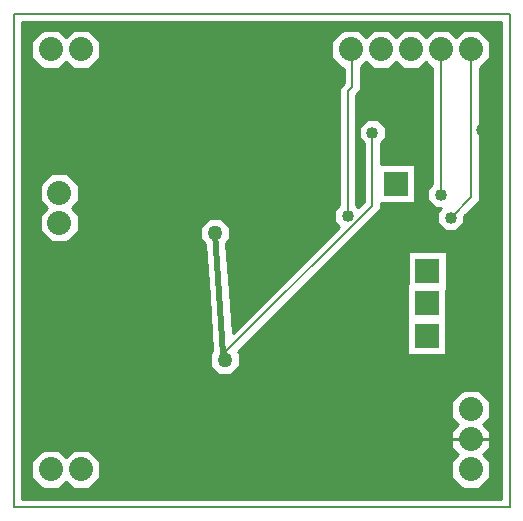
<source format=gbl>
G04 PROTEUS RS274X GERBER FILE*
%FSLAX45Y45*%
%MOMM*%
G01*
%ADD10C,0.177800*%
%ADD12C,0.508000*%
%ADD13C,1.016000*%
%ADD14C,1.270000*%
%ADD26C,0.254000*%
%ADD20C,2.032000*%
%ADD25R,2.032000X2.032000*%
%ADD11C,0.203200*%
%TD.AperFunction*%
G36*
X+2287301Y-1898241D02*
X-1765381Y-1898241D01*
X-1765381Y+2134441D01*
X+2287301Y+2134441D01*
X+2287301Y-1898241D01*
G37*
%LPC*%
G36*
X-1104901Y-1582614D02*
X-1104901Y-1719386D01*
X-1201614Y-1816099D01*
X-1338386Y-1816099D01*
X-1397000Y-1757485D01*
X-1455614Y-1816099D01*
X-1592386Y-1816099D01*
X-1689099Y-1719386D01*
X-1689099Y-1582614D01*
X-1592386Y-1485901D01*
X-1455614Y-1485901D01*
X-1397000Y-1544515D01*
X-1338386Y-1485901D01*
X-1201614Y-1485901D01*
X-1104901Y-1582614D01*
G37*
G36*
X+2197099Y-1074614D02*
X+2197099Y-1211386D01*
X+2138485Y-1270000D01*
X+2197099Y-1328614D01*
X+2197099Y-1465386D01*
X+2138485Y-1524000D01*
X+2197099Y-1582614D01*
X+2197099Y-1719386D01*
X+2100386Y-1816099D01*
X+1963614Y-1816099D01*
X+1866901Y-1719386D01*
X+1866901Y-1582614D01*
X+1925515Y-1524000D01*
X+1866901Y-1465386D01*
X+1866901Y-1328614D01*
X+1925515Y-1270000D01*
X+1866901Y-1211386D01*
X+1866901Y-1074614D01*
X+1963614Y-977901D01*
X+2100386Y-977901D01*
X+2197099Y-1074614D01*
G37*
G36*
X+2197099Y+1973386D02*
X+2197099Y+1836614D01*
X+2106608Y+1746123D01*
X+2106608Y+1252376D01*
X+2109826Y+1255594D01*
X+2137180Y+1255594D01*
X+2156523Y+1236251D01*
X+2156523Y+1208897D01*
X+2137180Y+1189554D01*
X+2109826Y+1189554D01*
X+2106608Y+1192772D01*
X+2106608Y+622972D01*
X+1975707Y+492071D01*
X+1975707Y+432800D01*
X+1908752Y+365845D01*
X+1814064Y+365845D01*
X+1747109Y+432800D01*
X+1747109Y+527488D01*
X+1779705Y+560084D01*
X+1731152Y+560084D01*
X+1664197Y+627039D01*
X+1664197Y+721727D01*
X+1706107Y+763637D01*
X+1706107Y+1743408D01*
X+1651000Y+1798515D01*
X+1592386Y+1739901D01*
X+1455614Y+1739901D01*
X+1397000Y+1798515D01*
X+1338386Y+1739901D01*
X+1201614Y+1739901D01*
X+1143000Y+1798515D01*
X+1098389Y+1753904D01*
X+1098389Y+1559017D01*
X+1060895Y+1521523D01*
X+1060895Y+584162D01*
X+1077504Y+567552D01*
X+1123611Y+613659D01*
X+1123611Y+1109746D01*
X+1081701Y+1151656D01*
X+1081701Y+1246344D01*
X+1148656Y+1313299D01*
X+1243344Y+1313299D01*
X+1310299Y+1246344D01*
X+1310299Y+1151656D01*
X+1268389Y+1109746D01*
X+1268389Y+934719D01*
X+1562099Y+934719D01*
X+1562099Y+604521D01*
X+1268389Y+604521D01*
X+1268389Y+553693D01*
X+59650Y-655046D01*
X+72999Y-668395D01*
X+72999Y-773605D01*
X-1395Y-847999D01*
X-106605Y-847999D01*
X-180999Y-773605D01*
X-180999Y-668395D01*
X-157105Y-644501D01*
X-187795Y-182454D01*
X-218783Y+254179D01*
X-260999Y+296395D01*
X-260999Y+401605D01*
X-186605Y+475999D01*
X-81395Y+475999D01*
X-7001Y+401605D01*
X-7001Y+296395D01*
X-37158Y+266238D01*
X-10205Y-139546D01*
X+15017Y-494935D01*
X+915862Y+405910D01*
X+874207Y+447564D01*
X+874207Y+542252D01*
X+916117Y+584162D01*
X+916117Y+1581489D01*
X+953611Y+1618983D01*
X+953611Y+1739901D01*
X+947614Y+1739901D01*
X+850901Y+1836614D01*
X+850901Y+1973386D01*
X+947614Y+2070099D01*
X+1084386Y+2070099D01*
X+1143000Y+2011485D01*
X+1201614Y+2070099D01*
X+1338386Y+2070099D01*
X+1397000Y+2011485D01*
X+1455614Y+2070099D01*
X+1592386Y+2070099D01*
X+1651000Y+2011485D01*
X+1709614Y+2070099D01*
X+1846386Y+2070099D01*
X+1905000Y+2011485D01*
X+1963614Y+2070099D01*
X+2100386Y+2070099D01*
X+2197099Y+1973386D01*
G37*
G36*
X-1104901Y+1973386D02*
X-1104901Y+1836614D01*
X-1201614Y+1739901D01*
X-1338386Y+1739901D01*
X-1397000Y+1798515D01*
X-1455614Y+1739901D01*
X-1592386Y+1739901D01*
X-1689099Y+1836614D01*
X-1689099Y+1973386D01*
X-1592386Y+2070099D01*
X-1455614Y+2070099D01*
X-1397000Y+2011485D01*
X-1338386Y+2070099D01*
X-1201614Y+2070099D01*
X-1104901Y+1973386D01*
G37*
G36*
X-1287781Y+761806D02*
X-1287781Y+625034D01*
X-1346395Y+566420D01*
X-1287781Y+507806D01*
X-1287781Y+371034D01*
X-1384494Y+274321D01*
X-1521266Y+274321D01*
X-1617979Y+371034D01*
X-1617979Y+507806D01*
X-1559365Y+566420D01*
X-1617979Y+625034D01*
X-1617979Y+761806D01*
X-1521266Y+858519D01*
X-1384494Y+858519D01*
X-1287781Y+761806D01*
G37*
G36*
X+1826259Y-133639D02*
X+1823719Y-133639D01*
X+1823719Y-685799D01*
X+1493521Y-685799D01*
X+1493521Y-78741D01*
X+1496061Y-78741D01*
X+1496061Y+196559D01*
X+1826259Y+196559D01*
X+1826259Y-133639D01*
G37*
G36*
X-938065Y-629171D02*
X-938065Y-601817D01*
X-918722Y-582474D01*
X-891368Y-582474D01*
X-872025Y-601817D01*
X-872025Y-629171D01*
X-891368Y-648514D01*
X-918722Y-648514D01*
X-938065Y-629171D01*
G37*
G36*
X-827950Y+1169383D02*
X-827950Y+1196737D01*
X-808607Y+1216080D01*
X-781253Y+1216080D01*
X-761910Y+1196737D01*
X-761910Y+1169383D01*
X-781253Y+1150040D01*
X-808607Y+1150040D01*
X-827950Y+1169383D01*
G37*
G36*
X-321418Y+923458D02*
X-321418Y+950812D01*
X-302075Y+970155D01*
X-274721Y+970155D01*
X-255378Y+950812D01*
X-255378Y+923458D01*
X-274721Y+904115D01*
X-302075Y+904115D01*
X-321418Y+923458D01*
G37*
G36*
X+566848Y-1091656D02*
X+566848Y-1064302D01*
X+586191Y-1044959D01*
X+613545Y-1044959D01*
X+632888Y-1064302D01*
X+632888Y-1091656D01*
X+613545Y-1110999D01*
X+586191Y-1110999D01*
X+566848Y-1091656D01*
G37*
G36*
X+292980Y+145323D02*
X+292980Y+172677D01*
X+312323Y+192020D01*
X+339677Y+192020D01*
X+359020Y+172677D01*
X+359020Y+145323D01*
X+339677Y+125980D01*
X+312323Y+125980D01*
X+292980Y+145323D01*
G37*
G36*
X+522980Y+1315323D02*
X+522980Y+1342677D01*
X+542323Y+1362020D01*
X+569677Y+1362020D01*
X+589020Y+1342677D01*
X+589020Y+1315323D01*
X+569677Y+1295980D01*
X+542323Y+1295980D01*
X+522980Y+1315323D01*
G37*
G36*
X+742980Y+405323D02*
X+742980Y+432677D01*
X+762323Y+452020D01*
X+789677Y+452020D01*
X+809020Y+432677D01*
X+809020Y+405323D01*
X+789677Y+385980D01*
X+762323Y+385980D01*
X+742980Y+405323D01*
G37*
G36*
X+1382980Y+525323D02*
X+1382980Y+552677D01*
X+1402323Y+572020D01*
X+1429677Y+572020D01*
X+1449020Y+552677D01*
X+1449020Y+525323D01*
X+1429677Y+505980D01*
X+1402323Y+505980D01*
X+1382980Y+525323D01*
G37*
G36*
X+92980Y+1855323D02*
X+92980Y+1882677D01*
X+112323Y+1902020D01*
X+139677Y+1902020D01*
X+159020Y+1882677D01*
X+159020Y+1855323D01*
X+139677Y+1835980D01*
X+112323Y+1835980D01*
X+92980Y+1855323D01*
G37*
G36*
X-1521568Y+1299445D02*
X-1521568Y+1325747D01*
X-1502969Y+1344346D01*
X-1476667Y+1344346D01*
X-1458068Y+1325747D01*
X-1458068Y+1299445D01*
X-1476667Y+1280846D01*
X-1502969Y+1280846D01*
X-1521568Y+1299445D01*
G37*
G36*
X+1445451Y+1109776D02*
X+1445451Y+1137130D01*
X+1464794Y+1156473D01*
X+1492148Y+1156473D01*
X+1511491Y+1137130D01*
X+1511491Y+1109776D01*
X+1492148Y+1090433D01*
X+1464794Y+1090433D01*
X+1445451Y+1109776D01*
G37*
G36*
X+145854Y+175323D02*
X+145854Y+202677D01*
X+165197Y+222020D01*
X+192551Y+222020D01*
X+211894Y+202677D01*
X+211894Y+175323D01*
X+192551Y+155980D01*
X+165197Y+155980D01*
X+145854Y+175323D01*
G37*
G36*
X+235500Y+17843D02*
X+235500Y+45197D01*
X+254843Y+64540D01*
X+282197Y+64540D01*
X+301540Y+45197D01*
X+301540Y+17843D01*
X+282197Y-1500D01*
X+254843Y-1500D01*
X+235500Y+17843D01*
G37*
G36*
X-1086021Y+1728514D02*
X-1086021Y+1755868D01*
X-1066678Y+1775211D01*
X-1039324Y+1775211D01*
X-1019981Y+1755868D01*
X-1019981Y+1728514D01*
X-1039324Y+1709171D01*
X-1066678Y+1709171D01*
X-1086021Y+1728514D01*
G37*
G36*
X-140206Y+1399317D02*
X-140206Y+1426671D01*
X-120863Y+1446014D01*
X-93509Y+1446014D01*
X-74166Y+1426671D01*
X-74166Y+1399317D01*
X-93509Y+1379974D01*
X-120863Y+1379974D01*
X-140206Y+1399317D01*
G37*
G36*
X-1407020Y-34677D02*
X-1407020Y-7323D01*
X-1387677Y+12020D01*
X-1360323Y+12020D01*
X-1340980Y-7323D01*
X-1340980Y-34677D01*
X-1360323Y-54020D01*
X-1387677Y-54020D01*
X-1407020Y-34677D01*
G37*
G36*
X-1417020Y-1234677D02*
X-1417020Y-1207323D01*
X-1397677Y-1187980D01*
X-1370323Y-1187980D01*
X-1350980Y-1207323D01*
X-1350980Y-1234677D01*
X-1370323Y-1254020D01*
X-1397677Y-1254020D01*
X-1417020Y-1234677D01*
G37*
G36*
X-825337Y+490742D02*
X-825337Y+518096D01*
X-805994Y+537439D01*
X-778640Y+537439D01*
X-759297Y+518096D01*
X-759297Y+490742D01*
X-778640Y+471399D01*
X-805994Y+471399D01*
X-825337Y+490742D01*
G37*
G36*
X-573283Y-1001004D02*
X-573283Y-973650D01*
X-553940Y-954307D01*
X-526586Y-954307D01*
X-507243Y-973650D01*
X-507243Y-1001004D01*
X-526586Y-1020347D01*
X-553940Y-1020347D01*
X-573283Y-1001004D01*
G37*
%LPD*%
D10*
X+1861408Y+480144D02*
X+2034219Y+652955D01*
X+2034219Y+1803400D01*
X+2032000Y+1905000D01*
X+1778496Y+674383D02*
X+1778496Y+1887322D01*
X+1804580Y+1913406D01*
X+1778000Y+1905000D01*
X+556000Y+1329000D02*
X+556000Y+639000D01*
X+776000Y+419000D01*
X+2123503Y+1222574D02*
X+2123503Y+305966D01*
X+2134547Y+294922D01*
X+2118625Y+279000D01*
X+1606000Y+279000D01*
X+1416000Y+469000D01*
X+1416000Y+539000D01*
X+988506Y+494908D02*
X+988506Y+1551506D01*
X+1026000Y+1589000D01*
X+1026000Y+1803400D01*
X+1016000Y+1905000D01*
X-1489818Y+1312596D02*
X-1060223Y+1742191D01*
X-1053001Y+1742191D01*
X-905045Y-615494D02*
X-1374000Y-146539D01*
X-1374000Y-21000D01*
X-794930Y+1183060D02*
X-794930Y+507032D01*
X-792317Y+504419D01*
D12*
X-134000Y+349000D02*
X-64000Y-671000D01*
X-54000Y-721000D01*
D10*
X+1196000Y+1199000D02*
X+1196000Y+583676D01*
X-37479Y-649803D01*
X-54000Y-721000D01*
D13*
X+1861408Y+480144D03*
X+1778496Y+674383D03*
X-905045Y-615494D03*
X-794930Y+1183060D03*
X-288398Y+937135D03*
X+599868Y-1077979D03*
X+326000Y+159000D03*
X+556000Y+1329000D03*
X+776000Y+419000D03*
X+2123503Y+1222574D03*
X+1416000Y+539000D03*
X+126000Y+1869000D03*
X-1489818Y+1312596D03*
X+988506Y+494908D03*
X+1478471Y+1123453D03*
X+178874Y+189000D03*
X+268520Y+31520D03*
X-1053001Y+1742191D03*
X-107186Y+1412994D03*
X-1374000Y-21000D03*
X-1384000Y-1221000D03*
X-792317Y+504419D03*
D14*
X-134000Y+349000D03*
X-54000Y-721000D03*
D13*
X+1196000Y+1199000D03*
X-540263Y-987327D03*
D26*
X+2287301Y-1898241D02*
X-1765381Y-1898241D01*
X-1765381Y+2134441D01*
X+2287301Y+2134441D01*
X+2287301Y-1898241D01*
X-1104901Y-1582614D02*
X-1104901Y-1719386D01*
X-1201614Y-1816099D01*
X-1338386Y-1816099D01*
X-1397000Y-1757485D01*
X-1455614Y-1816099D01*
X-1592386Y-1816099D01*
X-1689099Y-1719386D01*
X-1689099Y-1582614D01*
X-1592386Y-1485901D01*
X-1455614Y-1485901D01*
X-1397000Y-1544515D01*
X-1338386Y-1485901D01*
X-1201614Y-1485901D01*
X-1104901Y-1582614D01*
X+2197099Y-1074614D02*
X+2197099Y-1211386D01*
X+2138485Y-1270000D01*
X+2197099Y-1328614D01*
X+2197099Y-1465386D01*
X+2138485Y-1524000D01*
X+2197099Y-1582614D01*
X+2197099Y-1719386D01*
X+2100386Y-1816099D01*
X+1963614Y-1816099D01*
X+1866901Y-1719386D01*
X+1866901Y-1582614D01*
X+1925515Y-1524000D01*
X+1866901Y-1465386D01*
X+1866901Y-1328614D01*
X+1925515Y-1270000D01*
X+1866901Y-1211386D01*
X+1866901Y-1074614D01*
X+1963614Y-977901D01*
X+2100386Y-977901D01*
X+2197099Y-1074614D01*
X+2197099Y+1973386D02*
X+2197099Y+1836614D01*
X+2106608Y+1746123D01*
X+2106608Y+1252376D01*
X+2109826Y+1255594D01*
X+2137180Y+1255594D01*
X+2156523Y+1236251D01*
X+2156523Y+1208897D01*
X+2137180Y+1189554D01*
X+2109826Y+1189554D01*
X+2106608Y+1192772D01*
X+2106608Y+622972D01*
X+1975707Y+492071D01*
X+1975707Y+432800D01*
X+1908752Y+365845D01*
X+1814064Y+365845D01*
X+1747109Y+432800D01*
X+1747109Y+527488D01*
X+1779705Y+560084D01*
X+1731152Y+560084D01*
X+1664197Y+627039D01*
X+1664197Y+721727D01*
X+1706107Y+763637D01*
X+1706107Y+1743408D01*
X+1651000Y+1798515D01*
X+1592386Y+1739901D01*
X+1455614Y+1739901D01*
X+1397000Y+1798515D01*
X+1338386Y+1739901D01*
X+1201614Y+1739901D01*
X+1143000Y+1798515D01*
X+1098389Y+1753904D01*
X+1098389Y+1559017D01*
X+1060895Y+1521523D01*
X+1060895Y+584162D01*
X+1077504Y+567552D01*
X+1123611Y+613659D01*
X+1123611Y+1109746D01*
X+1081701Y+1151656D01*
X+1081701Y+1246344D01*
X+1148656Y+1313299D01*
X+1243344Y+1313299D01*
X+1310299Y+1246344D01*
X+1310299Y+1151656D01*
X+1268389Y+1109746D01*
X+1268389Y+934719D01*
X+1562099Y+934719D01*
X+1562099Y+604521D01*
X+1268389Y+604521D01*
X+1268389Y+553693D01*
X+59650Y-655046D01*
X+72999Y-668395D01*
X+72999Y-773605D01*
X-1395Y-847999D01*
X-106605Y-847999D01*
X-180999Y-773605D01*
X-180999Y-668395D01*
X-157105Y-644501D01*
X-187795Y-182454D01*
X-218783Y+254179D01*
X-260999Y+296395D01*
X-260999Y+401605D01*
X-186605Y+475999D01*
X-81395Y+475999D01*
X-7001Y+401605D01*
X-7001Y+296395D01*
X-37158Y+266238D01*
X-10205Y-139546D01*
X+15017Y-494935D01*
X+915862Y+405910D01*
X+874207Y+447564D01*
X+874207Y+542252D01*
X+916117Y+584162D01*
X+916117Y+1581489D01*
X+953611Y+1618983D01*
X+953611Y+1739901D01*
X+947614Y+1739901D01*
X+850901Y+1836614D01*
X+850901Y+1973386D01*
X+947614Y+2070099D01*
X+1084386Y+2070099D01*
X+1143000Y+2011485D01*
X+1201614Y+2070099D01*
X+1338386Y+2070099D01*
X+1397000Y+2011485D01*
X+1455614Y+2070099D01*
X+1592386Y+2070099D01*
X+1651000Y+2011485D01*
X+1709614Y+2070099D01*
X+1846386Y+2070099D01*
X+1905000Y+2011485D01*
X+1963614Y+2070099D01*
X+2100386Y+2070099D01*
X+2197099Y+1973386D01*
X-1104901Y+1973386D02*
X-1104901Y+1836614D01*
X-1201614Y+1739901D01*
X-1338386Y+1739901D01*
X-1397000Y+1798515D01*
X-1455614Y+1739901D01*
X-1592386Y+1739901D01*
X-1689099Y+1836614D01*
X-1689099Y+1973386D01*
X-1592386Y+2070099D01*
X-1455614Y+2070099D01*
X-1397000Y+2011485D01*
X-1338386Y+2070099D01*
X-1201614Y+2070099D01*
X-1104901Y+1973386D01*
X-1287781Y+761806D02*
X-1287781Y+625034D01*
X-1346395Y+566420D01*
X-1287781Y+507806D01*
X-1287781Y+371034D01*
X-1384494Y+274321D01*
X-1521266Y+274321D01*
X-1617979Y+371034D01*
X-1617979Y+507806D01*
X-1559365Y+566420D01*
X-1617979Y+625034D01*
X-1617979Y+761806D01*
X-1521266Y+858519D01*
X-1384494Y+858519D01*
X-1287781Y+761806D01*
X+1826259Y-133639D02*
X+1823719Y-133639D01*
X+1823719Y-685799D01*
X+1493521Y-685799D01*
X+1493521Y-78741D01*
X+1496061Y-78741D01*
X+1496061Y+196559D01*
X+1826259Y+196559D01*
X+1826259Y-133639D01*
X-938065Y-629171D02*
X-938065Y-601817D01*
X-918722Y-582474D01*
X-891368Y-582474D01*
X-872025Y-601817D01*
X-872025Y-629171D01*
X-891368Y-648514D01*
X-918722Y-648514D01*
X-938065Y-629171D01*
X-827950Y+1169383D02*
X-827950Y+1196737D01*
X-808607Y+1216080D01*
X-781253Y+1216080D01*
X-761910Y+1196737D01*
X-761910Y+1169383D01*
X-781253Y+1150040D01*
X-808607Y+1150040D01*
X-827950Y+1169383D01*
X-321418Y+923458D02*
X-321418Y+950812D01*
X-302075Y+970155D01*
X-274721Y+970155D01*
X-255378Y+950812D01*
X-255378Y+923458D01*
X-274721Y+904115D01*
X-302075Y+904115D01*
X-321418Y+923458D01*
X+566848Y-1091656D02*
X+566848Y-1064302D01*
X+586191Y-1044959D01*
X+613545Y-1044959D01*
X+632888Y-1064302D01*
X+632888Y-1091656D01*
X+613545Y-1110999D01*
X+586191Y-1110999D01*
X+566848Y-1091656D01*
X+292980Y+145323D02*
X+292980Y+172677D01*
X+312323Y+192020D01*
X+339677Y+192020D01*
X+359020Y+172677D01*
X+359020Y+145323D01*
X+339677Y+125980D01*
X+312323Y+125980D01*
X+292980Y+145323D01*
X+522980Y+1315323D02*
X+522980Y+1342677D01*
X+542323Y+1362020D01*
X+569677Y+1362020D01*
X+589020Y+1342677D01*
X+589020Y+1315323D01*
X+569677Y+1295980D01*
X+542323Y+1295980D01*
X+522980Y+1315323D01*
X+742980Y+405323D02*
X+742980Y+432677D01*
X+762323Y+452020D01*
X+789677Y+452020D01*
X+809020Y+432677D01*
X+809020Y+405323D01*
X+789677Y+385980D01*
X+762323Y+385980D01*
X+742980Y+405323D01*
X+1382980Y+525323D02*
X+1382980Y+552677D01*
X+1402323Y+572020D01*
X+1429677Y+572020D01*
X+1449020Y+552677D01*
X+1449020Y+525323D01*
X+1429677Y+505980D01*
X+1402323Y+505980D01*
X+1382980Y+525323D01*
X+92980Y+1855323D02*
X+92980Y+1882677D01*
X+112323Y+1902020D01*
X+139677Y+1902020D01*
X+159020Y+1882677D01*
X+159020Y+1855323D01*
X+139677Y+1835980D01*
X+112323Y+1835980D01*
X+92980Y+1855323D01*
X-1521568Y+1299445D02*
X-1521568Y+1325747D01*
X-1502969Y+1344346D01*
X-1476667Y+1344346D01*
X-1458068Y+1325747D01*
X-1458068Y+1299445D01*
X-1476667Y+1280846D01*
X-1502969Y+1280846D01*
X-1521568Y+1299445D01*
X+1445451Y+1109776D02*
X+1445451Y+1137130D01*
X+1464794Y+1156473D01*
X+1492148Y+1156473D01*
X+1511491Y+1137130D01*
X+1511491Y+1109776D01*
X+1492148Y+1090433D01*
X+1464794Y+1090433D01*
X+1445451Y+1109776D01*
X+145854Y+175323D02*
X+145854Y+202677D01*
X+165197Y+222020D01*
X+192551Y+222020D01*
X+211894Y+202677D01*
X+211894Y+175323D01*
X+192551Y+155980D01*
X+165197Y+155980D01*
X+145854Y+175323D01*
X+235500Y+17843D02*
X+235500Y+45197D01*
X+254843Y+64540D01*
X+282197Y+64540D01*
X+301540Y+45197D01*
X+301540Y+17843D01*
X+282197Y-1500D01*
X+254843Y-1500D01*
X+235500Y+17843D01*
X-1086021Y+1728514D02*
X-1086021Y+1755868D01*
X-1066678Y+1775211D01*
X-1039324Y+1775211D01*
X-1019981Y+1755868D01*
X-1019981Y+1728514D01*
X-1039324Y+1709171D01*
X-1066678Y+1709171D01*
X-1086021Y+1728514D01*
X-140206Y+1399317D02*
X-140206Y+1426671D01*
X-120863Y+1446014D01*
X-93509Y+1446014D01*
X-74166Y+1426671D01*
X-74166Y+1399317D01*
X-93509Y+1379974D01*
X-120863Y+1379974D01*
X-140206Y+1399317D01*
X-1407020Y-34677D02*
X-1407020Y-7323D01*
X-1387677Y+12020D01*
X-1360323Y+12020D01*
X-1340980Y-7323D01*
X-1340980Y-34677D01*
X-1360323Y-54020D01*
X-1387677Y-54020D01*
X-1407020Y-34677D01*
X-1417020Y-1234677D02*
X-1417020Y-1207323D01*
X-1397677Y-1187980D01*
X-1370323Y-1187980D01*
X-1350980Y-1207323D01*
X-1350980Y-1234677D01*
X-1370323Y-1254020D01*
X-1397677Y-1254020D01*
X-1417020Y-1234677D01*
X-825337Y+490742D02*
X-825337Y+518096D01*
X-805994Y+537439D01*
X-778640Y+537439D01*
X-759297Y+518096D01*
X-759297Y+490742D01*
X-778640Y+471399D01*
X-805994Y+471399D01*
X-825337Y+490742D01*
X-573283Y-1001004D02*
X-573283Y-973650D01*
X-553940Y-954307D01*
X-526586Y-954307D01*
X-507243Y-973650D01*
X-507243Y-1001004D01*
X-526586Y-1020347D01*
X-553940Y-1020347D01*
X-573283Y-1001004D01*
X+2197099Y-1397000D02*
X+2032000Y-1397000D01*
X+1866901Y-1397000D02*
X+2032000Y-1397000D01*
D20*
X-1524000Y-1651000D03*
X-1270000Y-1651000D03*
X+2032000Y-1651000D03*
X+2032000Y-1397000D03*
X+2032000Y-1143000D03*
X+2032000Y+1905000D03*
X+1778000Y+1905000D03*
X+1524000Y+1905000D03*
X+1270000Y+1905000D03*
X+1016000Y+1905000D03*
X-1270000Y+1905000D03*
X-1524000Y+1905000D03*
X-1452880Y+439420D03*
X-1452880Y+693420D03*
D25*
X+1397000Y+769620D03*
X+1661160Y+31460D03*
X+1658620Y-520700D03*
X+1658620Y-243840D03*
D11*
X-1839040Y-1971900D02*
X+2360960Y-1971900D01*
X+2360960Y+2208100D01*
X-1839040Y+2208100D01*
X-1839040Y-1971900D01*
M02*

</source>
